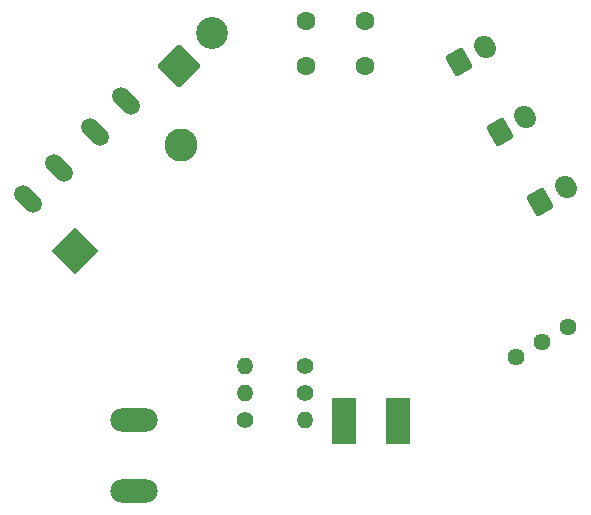
<source format=gbr>
%TF.GenerationSoftware,KiCad,Pcbnew,(6.0.5)*%
%TF.CreationDate,2022-10-17T22:54:22+09:00*%
%TF.ProjectId,psu_board,7073755f-626f-4617-9264-2e6b69636164,rev?*%
%TF.SameCoordinates,Original*%
%TF.FileFunction,Soldermask,Bot*%
%TF.FilePolarity,Negative*%
%FSLAX46Y46*%
G04 Gerber Fmt 4.6, Leading zero omitted, Abs format (unit mm)*
G04 Created by KiCad (PCBNEW (6.0.5)) date 2022-10-17 22:54:22*
%MOMM*%
%LPD*%
G01*
G04 APERTURE LIST*
G04 Aperture macros list*
%AMRoundRect*
0 Rectangle with rounded corners*
0 $1 Rounding radius*
0 $2 $3 $4 $5 $6 $7 $8 $9 X,Y pos of 4 corners*
0 Add a 4 corners polygon primitive as box body*
4,1,4,$2,$3,$4,$5,$6,$7,$8,$9,$2,$3,0*
0 Add four circle primitives for the rounded corners*
1,1,$1+$1,$2,$3*
1,1,$1+$1,$4,$5*
1,1,$1+$1,$6,$7*
1,1,$1+$1,$8,$9*
0 Add four rect primitives between the rounded corners*
20,1,$1+$1,$2,$3,$4,$5,0*
20,1,$1+$1,$4,$5,$6,$7,0*
20,1,$1+$1,$6,$7,$8,$9,0*
20,1,$1+$1,$8,$9,$2,$3,0*%
%AMHorizOval*
0 Thick line with rounded ends*
0 $1 width*
0 $2 $3 position (X,Y) of the first rounded end (center of the circle)*
0 $4 $5 position (X,Y) of the second rounded end (center of the circle)*
0 Add line between two ends*
20,1,$1,$2,$3,$4,$5,0*
0 Add two circle primitives to create the rounded ends*
1,1,$1,$2,$3*
1,1,$1,$4,$5*%
%AMRotRect*
0 Rectangle, with rotation*
0 The origin of the aperture is its center*
0 $1 length*
0 $2 width*
0 $3 Rotation angle, in degrees counterclockwise*
0 Add horizontal line*
21,1,$1,$2,0,0,$3*%
G04 Aperture macros list end*
%ADD10HorizOval,1.500000X-0.424264X0.424264X0.424264X-0.424264X0*%
%ADD11O,4.000000X2.000000*%
%ADD12C,1.600000*%
%ADD13C,1.400000*%
%ADD14O,1.400000X1.400000*%
%ADD15RotRect,2.800000X2.800000X45.000000*%
%ADD16HorizOval,2.800000X0.000000X0.000000X0.000000X0.000000X0*%
%ADD17R,2.000000X4.000000*%
%ADD18RoundRect,0.250000X-0.144615X-0.949519X0.894615X-0.349519X0.144615X0.949519X-0.894615X0.349519X0*%
%ADD19HorizOval,1.700000X-0.075000X0.129904X0.075000X-0.129904X0*%
%ADD20RoundRect,0.250001X0.000000X-1.555634X1.555634X0.000000X0.000000X1.555634X-1.555634X0.000000X0*%
%ADD21C,2.700000*%
%ADD22C,1.440000*%
G04 APERTURE END LIST*
D10*
%TO.C,F1*%
X130298279Y-92967720D03*
X132914574Y-90351425D03*
X124641425Y-98624574D03*
X127257720Y-96008279D03*
%TD*%
D11*
%TO.C,SW1*%
X133604000Y-117348000D03*
X133604000Y-123348000D03*
%TD*%
D12*
%TO.C,C2*%
X148162000Y-87376000D03*
X153162000Y-87376000D03*
%TD*%
D13*
%TO.C,R2*%
X148082000Y-115062000D03*
D14*
X143002000Y-115062000D03*
%TD*%
D15*
%TO.C,D1*%
X128605872Y-103042129D03*
D16*
X137586128Y-94061873D03*
%TD*%
D13*
%TO.C,R3*%
X148082000Y-112776000D03*
D14*
X143002000Y-112776000D03*
%TD*%
D12*
%TO.C,C1*%
X148162000Y-83566000D03*
X153162000Y-83566000D03*
%TD*%
D17*
%TO.C,MES1*%
X151384000Y-117461000D03*
X155956000Y-117461000D03*
%TD*%
D18*
%TO.C,J1*%
X161163000Y-87024797D03*
D19*
X163328064Y-85774797D03*
%TD*%
D18*
%TO.C,J3*%
X168021000Y-98903202D03*
D19*
X170186064Y-97653202D03*
%TD*%
D20*
%TO.C,BT1*%
X137403020Y-87371163D03*
D21*
X140203163Y-84571020D03*
%TD*%
D18*
%TO.C,J2*%
X164592000Y-92964000D03*
D19*
X166757064Y-91714000D03*
%TD*%
D22*
%TO.C,RV1*%
X165939636Y-112019000D03*
X168139341Y-110749000D03*
X170339045Y-109479000D03*
%TD*%
D13*
%TO.C,R1*%
X143002000Y-117348000D03*
D14*
X148082000Y-117348000D03*
%TD*%
M02*

</source>
